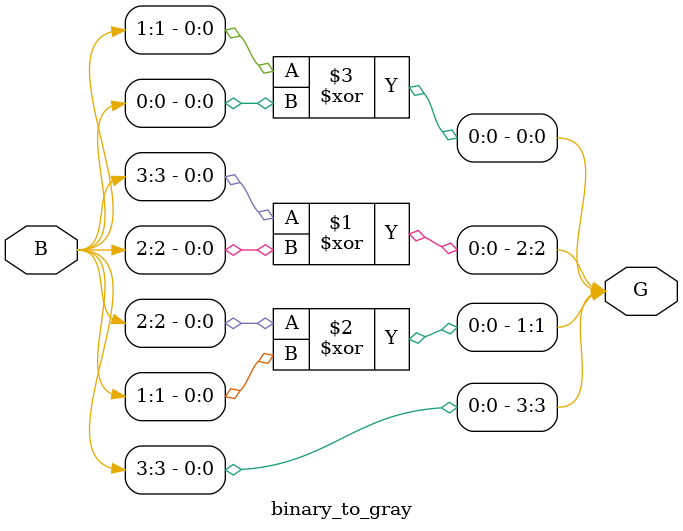
<source format=v>
module binary_to_gray(B,G);
    // initialize the inputs and outputs to 4 bits each
    input [3:0] B;
    output [3:0] G;

    // follow the problem description to assign the outputs
    assign G[3] = B[3];
    assign G[2] = B[3] ^ B[2];
    assign G[1] = B[2] ^ B[1];
    assign G[0] = B[1] ^ B[0];



endmodule // binary_to_gray
</source>
